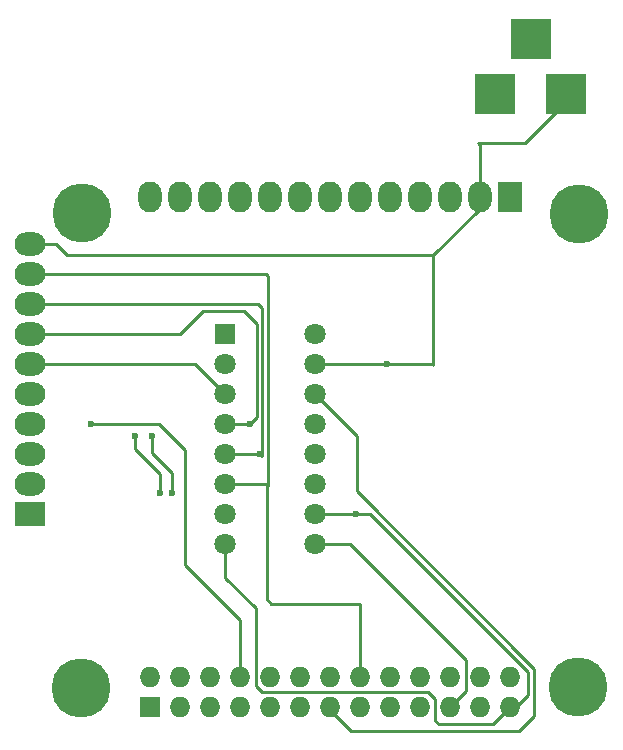
<source format=gbr>
G04 #@! TF.FileFunction,Copper,L2,Bot,Signal*
%FSLAX46Y46*%
G04 Gerber Fmt 4.6, Leading zero omitted, Abs format (unit mm)*
G04 Created by KiCad (PCBNEW 4.0.5-e0-6337~49~ubuntu16.04.1) date Sun Jan 15 23:05:11 2017*
%MOMM*%
%LPD*%
G01*
G04 APERTURE LIST*
%ADD10C,0.100000*%
%ADD11R,1.727200X1.727200*%
%ADD12O,1.727200X1.727200*%
%ADD13R,1.800000X1.800000*%
%ADD14C,1.800000*%
%ADD15R,2.600000X2.000000*%
%ADD16O,2.600000X2.000000*%
%ADD17C,5.000000*%
%ADD18R,3.500000X3.500000*%
%ADD19R,2.000000X2.600000*%
%ADD20O,2.000000X2.600000*%
%ADD21C,0.600000*%
%ADD22C,0.250000*%
G04 APERTURE END LIST*
D10*
D11*
X124447300Y-126822200D03*
D12*
X124447300Y-124282200D03*
X126987300Y-126822200D03*
X126987300Y-124282200D03*
X129527300Y-126822200D03*
X129527300Y-124282200D03*
X132067300Y-126822200D03*
X132067300Y-124282200D03*
X134607300Y-126822200D03*
X134607300Y-124282200D03*
X137147300Y-126822200D03*
X137147300Y-124282200D03*
X139687300Y-126822200D03*
X139687300Y-124282200D03*
X142227300Y-126822200D03*
X142227300Y-124282200D03*
X144767300Y-126822200D03*
X144767300Y-124282200D03*
X147307300Y-126822200D03*
X147307300Y-124282200D03*
X149847300Y-126822200D03*
X149847300Y-124282200D03*
X152387300Y-126822200D03*
X152387300Y-124282200D03*
X154927300Y-126822200D03*
X154927300Y-124282200D03*
D13*
X130810000Y-95250000D03*
D14*
X130810000Y-97790000D03*
X130810000Y-102870000D03*
X130810000Y-105410000D03*
X130810000Y-107950000D03*
X130810000Y-110490000D03*
X130810000Y-113030000D03*
X138430000Y-113030000D03*
X138430000Y-110490000D03*
X138430000Y-107950000D03*
X138430000Y-105410000D03*
X138430000Y-102870000D03*
X138430000Y-100330000D03*
X138430000Y-97790000D03*
X138430000Y-95250000D03*
X130810000Y-100330000D03*
D15*
X114300000Y-110490000D03*
D16*
X114300000Y-107950000D03*
X114300000Y-105410000D03*
X114300000Y-102870000D03*
X114300000Y-100330000D03*
X114300000Y-97790000D03*
X114300000Y-95250000D03*
X114300000Y-92710000D03*
X114300000Y-90170000D03*
X114300000Y-87630000D03*
D17*
X160756600Y-85039200D03*
X160693100Y-125107700D03*
X118630700Y-125171200D03*
X118643400Y-85026500D03*
D18*
X153670000Y-74930000D03*
X159670000Y-74930000D03*
X156670000Y-70230000D03*
D19*
X154927300Y-83654900D03*
D20*
X152387300Y-83654900D03*
X149847300Y-83654900D03*
X147307300Y-83654900D03*
X144767300Y-83654900D03*
X142227300Y-83654900D03*
X139687300Y-83654900D03*
X137147300Y-83654900D03*
X134607300Y-83654900D03*
X132067300Y-83654900D03*
X129527300Y-83654900D03*
X126987300Y-83654900D03*
X124447300Y-83654900D03*
D21*
X144490000Y-97790000D03*
X141890000Y-110470000D03*
X119440000Y-102820000D03*
X133780000Y-105410000D03*
X132940000Y-102820000D03*
X123190000Y-103870000D03*
X125290000Y-108670000D03*
X124590000Y-103870000D03*
X126290000Y-108670000D03*
D22*
X130810000Y-113030000D02*
X130810000Y-115890000D01*
X153479500Y-128270000D02*
X154927300Y-126822200D01*
X148890000Y-128270000D02*
X153479500Y-128270000D01*
X148590000Y-127970000D02*
X148890000Y-128270000D01*
X148590000Y-126170000D02*
X148590000Y-127970000D01*
X147990000Y-125570000D02*
X148590000Y-126170000D01*
X133890000Y-125570000D02*
X147990000Y-125570000D01*
X133390000Y-125070000D02*
X133890000Y-125570000D01*
X133390000Y-118470000D02*
X133390000Y-125070000D01*
X130810000Y-115890000D02*
X133390000Y-118470000D01*
X141890000Y-110470000D02*
X141890000Y-110490000D01*
X141890000Y-110490000D02*
X141890000Y-110470000D01*
X141890000Y-110470000D02*
X141890000Y-110490000D01*
X154927300Y-126822200D02*
X155437800Y-126822200D01*
X155437800Y-126822200D02*
X156440000Y-125820000D01*
X156440000Y-125820000D02*
X156440000Y-123820000D01*
X156440000Y-123820000D02*
X143110000Y-110490000D01*
X143110000Y-110490000D02*
X141890000Y-110490000D01*
X141890000Y-110490000D02*
X138430000Y-110490000D01*
X114300000Y-87630000D02*
X116500000Y-87630000D01*
X117440000Y-88570000D02*
X148440000Y-88570000D01*
X116500000Y-87630000D02*
X117440000Y-88570000D01*
X152387300Y-83654900D02*
X152387300Y-84622700D01*
X152387300Y-84622700D02*
X148440000Y-88570000D01*
X148410000Y-97790000D02*
X144490000Y-97790000D01*
X148440000Y-88570000D02*
X148440000Y-97820000D01*
X148440000Y-97820000D02*
X148410000Y-97790000D01*
X144490000Y-97790000D02*
X138430000Y-97790000D01*
X159670000Y-74930000D02*
X159670000Y-75590000D01*
X159670000Y-75590000D02*
X156190000Y-79070000D01*
X152387300Y-79267300D02*
X152387300Y-83654900D01*
X152190000Y-79070000D02*
X152387300Y-79267300D01*
X156190000Y-79070000D02*
X152190000Y-79070000D01*
X132067300Y-124282200D02*
X132067300Y-119447300D01*
X125190000Y-102820000D02*
X119440000Y-102820000D01*
X127440000Y-105070000D02*
X125190000Y-102820000D01*
X127440000Y-114820000D02*
X127440000Y-105070000D01*
X132067300Y-119447300D02*
X127440000Y-114820000D01*
X139687300Y-126822200D02*
X139687300Y-127067300D01*
X139687300Y-127067300D02*
X141440000Y-128820000D01*
X141440000Y-128820000D02*
X155690000Y-128820000D01*
X155690000Y-128820000D02*
X156940000Y-127570000D01*
X156940000Y-127570000D02*
X156940000Y-123570000D01*
X156940000Y-123570000D02*
X141940000Y-108570000D01*
X141940000Y-108570000D02*
X141940000Y-103840000D01*
X141940000Y-103840000D02*
X138430000Y-100330000D01*
X134320000Y-107950000D02*
X134320000Y-117700000D01*
X142227300Y-118107300D02*
X142227300Y-124282200D01*
X142190000Y-118070000D02*
X142227300Y-118107300D01*
X134690000Y-118070000D02*
X142190000Y-118070000D01*
X134320000Y-117700000D02*
X134690000Y-118070000D01*
X114300000Y-90170000D02*
X134290000Y-90170000D01*
X134320000Y-107950000D02*
X130810000Y-107950000D01*
X134440000Y-108070000D02*
X134320000Y-107950000D01*
X134440000Y-90320000D02*
X134440000Y-108070000D01*
X134290000Y-90170000D02*
X134440000Y-90320000D01*
X133940000Y-105570000D02*
X133780000Y-105410000D01*
X114300000Y-92710000D02*
X133580000Y-92710000D01*
X133780000Y-105410000D02*
X130810000Y-105410000D01*
X133940000Y-93070000D02*
X133940000Y-105570000D01*
X133580000Y-92710000D02*
X133940000Y-93070000D01*
X132940000Y-102820000D02*
X132890000Y-102870000D01*
X114300000Y-95250000D02*
X127010000Y-95250000D01*
X132890000Y-102870000D02*
X130810000Y-102870000D01*
X133489998Y-102270002D02*
X132890000Y-102870000D01*
X133489998Y-94369998D02*
X133489998Y-102270002D01*
X132440000Y-93320000D02*
X133489998Y-94369998D01*
X128940000Y-93320000D02*
X132440000Y-93320000D01*
X127010000Y-95250000D02*
X128940000Y-93320000D01*
X114300000Y-97790000D02*
X128270000Y-97790000D01*
X128270000Y-97790000D02*
X130810000Y-100330000D01*
X138430000Y-113030000D02*
X141400000Y-113030000D01*
X151190000Y-125479500D02*
X149847300Y-126822200D01*
X151190000Y-122820000D02*
X151190000Y-125479500D01*
X141400000Y-113030000D02*
X151190000Y-122820000D01*
X125290000Y-107070000D02*
X123190000Y-104970000D01*
X123190000Y-104970000D02*
X123190000Y-103870000D01*
X125290000Y-108670000D02*
X125290000Y-107070000D01*
X126290000Y-106970000D02*
X124590000Y-105270000D01*
X124590000Y-105270000D02*
X124590000Y-103870000D01*
X126290000Y-108670000D02*
X126290000Y-106970000D01*
M02*

</source>
